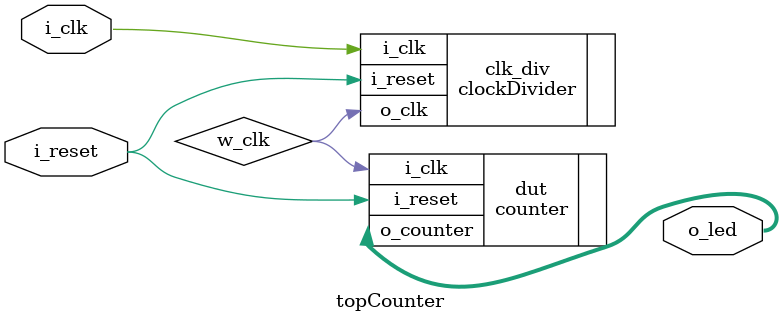
<source format=v>
`timescale 1ns / 1ps

module topCounter(
    input i_clk,
    input i_reset,
    
    output [7:0] o_led
    );

    wire w_clk;
    
    clockDivider clk_div(
    .i_clk(i_clk),
    .i_reset(i_reset),

    .o_clk(w_clk)
    );

    counter dut(
    .i_clk(w_clk),
    .i_reset(i_reset),

    .o_counter(o_led)
    );

endmodule

</source>
